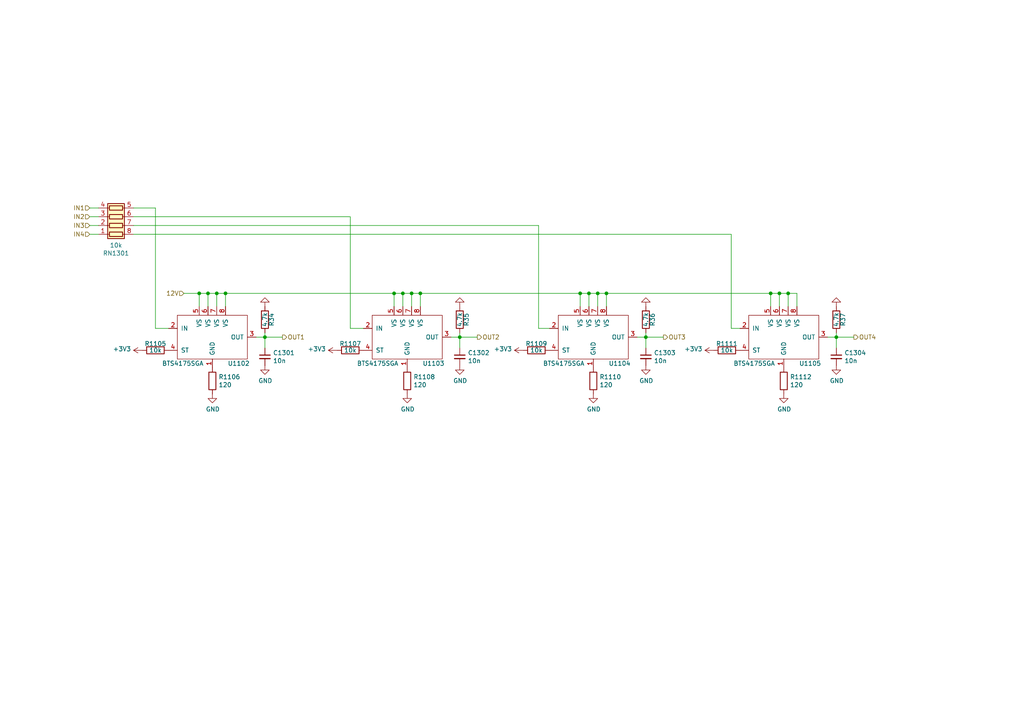
<source format=kicad_sch>
(kicad_sch (version 20250114) (generator "eeschema") (generator_version "9.0")
  (paper "A4")
  (title_block (title "rusEfi Proteus") (date "2022-04-09") (rev "v0.7") (company "rusEFI") (comment 1 "github.com/mck1117/proteus") (comment 2 "rusefi.com/s/proteus"))
  (lib_symbols
    (symbol "Device:C_Small" (pin_numbers (hide yes)) (pin_names (offset 0.254) (hide yes))
      (property "Reference" "C" (at 0.254 1.778 0))
      (property "Value" "C_Small" (at 0.254 -2.032 0))
      (symbol "C_Small_0_1"
        (polyline (pts (xy -1.524 0.508) (xy 1.524 0.508)) (stroke (width 0.3048)))
        (polyline (pts (xy -1.524 -0.508) (xy 1.524 -0.508)) (stroke (width 0.3302)))
      )
      (symbol "C_Small_1_1"
        (pin passive line (at 0 2.54 270) (length 2.032) (name "~") (number "1"))
        (pin passive line (at 0 -2.54 90) (length 2.032) (name "~") (number "2"))
      )
    )
    (symbol "Device:R" (pin_numbers (hide yes)) (pin_names (offset 0))
      (property "Reference" "R" (at 2.032 0 90))
      (property "Value" "R" (at 0 0 90))
      (symbol "R_0_1"
        (rectangle (start -1.016 -2.54) (end 1.016 2.54) (stroke (width 0.254)))
      )
      (symbol "R_1_1"
        (pin passive line (at 0 3.81 270) (length 1.27) (name "~") (number "1"))
        (pin passive line (at 0 -3.81 90) (length 1.27) (name "~") (number "2"))
      )
    )
    (symbol "Device:R_Pack04" (pin_names (offset 0) (hide yes))
      (property "Reference" "RN" (at -7.62 0 90))
      (property "Value" "R_Pack04" (at 5.08 0 90))
      (symbol "R_Pack04_0_1"
        (rectangle (start -6.35 -2.413) (end 3.81 2.413) (stroke (width 0.254)) (fill (type background)))
        (rectangle (start -5.715 1.905) (end -4.445 -1.905) (stroke (width 0.254)))
        (polyline (pts (xy -5.08 1.905) (xy -5.08 2.54)))
        (polyline (pts (xy -5.08 -2.54) (xy -5.08 -1.905)))
        (rectangle (start -3.175 1.905) (end -1.905 -1.905) (stroke (width 0.254)))
        (polyline (pts (xy -2.54 1.905) (xy -2.54 2.54)))
        (polyline (pts (xy -2.54 -2.54) (xy -2.54 -1.905)))
        (rectangle (start -0.635 1.905) (end 0.635 -1.905) (stroke (width 0.254)))
        (polyline (pts (xy 0 1.905) (xy 0 2.54)))
        (polyline (pts (xy 0 -2.54) (xy 0 -1.905)))
        (rectangle (start 1.905 1.905) (end 3.175 -1.905) (stroke (width 0.254)))
        (polyline (pts (xy 2.54 1.905) (xy 2.54 2.54)))
        (polyline (pts (xy 2.54 -2.54) (xy 2.54 -1.905)))
      )
      (symbol "R_Pack04_1_1"
        (pin passive line (at -5.08 5.08 270) (length 2.54) (name "R1.2") (number "8"))
        (pin passive line (at -5.08 -5.08 90) (length 2.54) (name "R1.1") (number "1"))
        (pin passive line (at -2.54 5.08 270) (length 2.54) (name "R2.2") (number "7"))
        (pin passive line (at -2.54 -5.08 90) (length 2.54) (name "R2.1") (number "2"))
        (pin passive line (at 0 5.08 270) (length 2.54) (name "R3.2") (number "6"))
        (pin passive line (at 0 -5.08 90) (length 2.54) (name "R3.1") (number "3"))
        (pin passive line (at 2.54 5.08 270) (length 2.54) (name "R4.2") (number "5"))
        (pin passive line (at 2.54 -5.08 90) (length 2.54) (name "R4.1") (number "4"))
      )
    )
    (symbol "bts4175:BTS4175SGA" (pin_names (offset 1.016))
      (property "Reference" "U" (at -6.35 -7.62 0))
      (property "Value" "BTS4175SGA" (at 8.89 -7.62 0))
      (symbol "BTS4175SGA_0_1"
        (polyline (pts (xy -7.62 6.35) (xy 12.7 6.35) (xy 12.7 -6.35) (xy -7.62 -6.35) (xy -7.62 6.35)))
      )
      (symbol "BTS4175SGA_1_1"
        (pin input line (at -10.16 2.54 0) (length 2.54) (name "IN") (number "2"))
        (pin open_collector line (at -10.16 -3.81 0) (length 2.54) (name "ST") (number "4"))
        (pin power_in line (at -1.27 8.89 270) (length 2.54) (name "VS") (number "5"))
        (pin power_in line (at 1.27 8.89 270) (length 2.54) (name "VS") (number "6"))
        (pin bidirectional line (at 2.54 -8.89 90) (length 2.54) (name "GND") (number "1"))
        (pin power_in line (at 3.81 8.89 270) (length 2.54) (name "VS") (number "7"))
        (pin power_in line (at 6.35 8.89 270) (length 2.54) (name "VS") (number "8"))
        (pin power_out line (at 15.24 0 180) (length 2.54) (name "OUT") (number "3"))
      )
    )
    (symbol "proteus-rescue:+3.3V-power" (power) (pin_names (offset 0))
      (property "Value" "power_+3.3V" (at 0 3.556 0))
      (symbol "+3.3V-power_0_1"
        (polyline (pts (xy -0.762 1.27) (xy 0 2.54)))
        (polyline (pts (xy 0 2.54) (xy 0.762 1.27)))
        (polyline (pts (xy 0 0) (xy 0 2.54)))
      )
      (symbol "+3.3V-power_1_1"
        (pin power_in line (at 0 0 90) (length 0) (hide yes) (name "+3V3") (number "1"))
      )
    )
    (symbol "proteus-rescue:GND-power" (power) (pin_names (offset 0))
      (property "Value" "power_GND" (at 0 -3.81 0))
      (symbol "GND-power_0_1"
        (polyline (pts (xy 0 0) (xy 0 -1.27) (xy 1.27 -1.27) (xy 0 -2.54) (xy -1.27 -1.27) (xy 0 -1.27)))
      )
      (symbol "GND-power_1_1"
        (pin power_in line (at 0 0 270) (length 0) (hide yes) (name "GND") (number "1"))
      )
    )
  )
  (junction (at 133.35 97.79))
  (junction (at 173.355 85.09))
  (junction (at 119.38 85.09))
  (junction (at 187.325 97.79))
  (junction (at 62.865 85.09))
  (junction (at 76.835 97.79))
  (junction (at 57.785 85.09))
  (junction (at 65.405 85.09))
  (junction (at 170.815 85.09))
  (junction (at 175.895 85.09))
  (junction (at 116.84 85.09))
  (junction (at 228.6 85.09))
  (junction (at 242.57 97.79))
  (junction (at 226.06 85.09))
  (junction (at 168.275 85.09))
  (junction (at 60.325 85.09))
  (junction (at 121.92 85.09))
  (junction (at 223.52 85.09))
  (junction (at 114.3 85.09))
  (wire (pts (xy 168.275 88.9) (xy 168.275 85.09)))
  (wire (pts (xy 173.355 85.09) (xy 175.895 85.09)))
  (wire (pts (xy 242.57 97.79) (xy 247.65 97.79)))
  (wire (pts (xy 228.6 85.09) (xy 231.14 85.09)))
  (wire (pts (xy 242.57 97.79) (xy 242.57 100.965)))
  (wire (pts (xy 121.92 85.09) (xy 121.92 88.9)))
  (wire (pts (xy 212.09 95.25) (xy 214.63 95.25)))
  (wire (pts (xy 76.835 97.79) (xy 81.915 97.79)))
  (wire (pts (xy 62.865 85.09) (xy 62.865 88.9)))
  (wire (pts (xy 121.92 85.09) (xy 168.275 85.09)))
  (wire (pts (xy 116.84 88.9) (xy 116.84 85.09)))
  (wire (pts (xy 156.21 95.25) (xy 159.385 95.25)))
  (wire (pts (xy 187.325 97.79) (xy 192.405 97.79)))
  (wire (pts (xy 175.895 85.09) (xy 223.52 85.09)))
  (wire (pts (xy 114.3 85.09) (xy 116.84 85.09)))
  (wire (pts (xy 62.865 85.09) (xy 65.405 85.09)))
  (wire (pts (xy 223.52 85.09) (xy 226.06 85.09)))
  (wire (pts (xy 133.35 97.79) (xy 138.43 97.79)))
  (wire (pts (xy 187.325 97.79) (xy 187.325 100.965)))
  (wire (pts (xy 76.835 96.52) (xy 76.835 97.79)))
  (wire (pts (xy 133.35 96.52) (xy 133.35 97.79)))
  (wire (pts (xy 53.34 85.09) (xy 57.785 85.09)))
  (wire (pts (xy 119.38 85.09) (xy 121.92 85.09)))
  (wire (pts (xy 45.085 60.325) (xy 45.085 95.25)))
  (wire (pts (xy 156.21 65.405) (xy 156.21 95.25)))
  (wire (pts (xy 223.52 88.9) (xy 223.52 85.09)))
  (wire (pts (xy 74.295 97.79) (xy 76.835 97.79)))
  (wire (pts (xy 38.735 67.945) (xy 212.09 67.945)))
  (wire (pts (xy 175.895 85.09) (xy 175.895 88.9)))
  (wire (pts (xy 60.325 85.09) (xy 62.865 85.09)))
  (wire (pts (xy 38.735 62.865) (xy 101.6 62.865)))
  (wire (pts (xy 26.035 67.945) (xy 28.575 67.945)))
  (wire (pts (xy 228.6 85.09) (xy 228.6 88.9)))
  (wire (pts (xy 101.6 95.25) (xy 105.41 95.25)))
  (wire (pts (xy 119.38 85.09) (xy 119.38 88.9)))
  (wire (pts (xy 240.03 97.79) (xy 242.57 97.79)))
  (wire (pts (xy 173.355 85.09) (xy 173.355 88.9)))
  (wire (pts (xy 133.35 97.79) (xy 133.35 100.965)))
  (wire (pts (xy 45.085 95.25) (xy 48.895 95.25)))
  (wire (pts (xy 170.815 85.09) (xy 173.355 85.09)))
  (wire (pts (xy 242.57 96.52) (xy 242.57 97.79)))
  (wire (pts (xy 170.815 88.9) (xy 170.815 85.09)))
  (wire (pts (xy 76.835 97.79) (xy 76.835 100.965)))
  (wire (pts (xy 26.035 62.865) (xy 28.575 62.865)))
  (wire (pts (xy 60.325 88.9) (xy 60.325 85.09)))
  (wire (pts (xy 226.06 85.09) (xy 228.6 85.09)))
  (wire (pts (xy 212.09 67.945) (xy 212.09 95.25)))
  (wire (pts (xy 38.735 65.405) (xy 156.21 65.405)))
  (wire (pts (xy 65.405 85.09) (xy 65.405 88.9)))
  (wire (pts (xy 57.785 85.09) (xy 60.325 85.09)))
  (wire (pts (xy 28.575 65.405) (xy 26.035 65.405)))
  (wire (pts (xy 57.785 88.9) (xy 57.785 85.09)))
  (wire (pts (xy 28.575 60.325) (xy 26.035 60.325)))
  (wire (pts (xy 184.785 97.79) (xy 187.325 97.79)))
  (wire (pts (xy 187.325 96.52) (xy 187.325 97.79)))
  (wire (pts (xy 65.405 85.09) (xy 114.3 85.09)))
  (wire (pts (xy 101.6 62.865) (xy 101.6 95.25)))
  (wire (pts (xy 231.14 85.09) (xy 231.14 88.9)))
  (wire (pts (xy 168.275 85.09) (xy 170.815 85.09)))
  (wire (pts (xy 226.06 88.9) (xy 226.06 85.09)))
  (wire (pts (xy 116.84 85.09) (xy 119.38 85.09)))
  (wire (pts (xy 38.735 60.325) (xy 45.085 60.325)))
  (wire (pts (xy 114.3 88.9) (xy 114.3 85.09)))
  (wire (pts (xy 130.81 97.79) (xy 133.35 97.79)))
  (hierarchical_label "IN4" (shape input) (at 26.035 67.945 180))
  (hierarchical_label "OUT2" (shape output) (at 138.43 97.79 0))
  (hierarchical_label "OUT4" (shape output) (at 247.65 97.79 0))
  (hierarchical_label "OUT3" (shape output) (at 192.405 97.79 0))
  (hierarchical_label "IN1" (shape input) (at 26.035 60.325 180))
  (hierarchical_label "12V" (shape input) (at 53.34 85.09 180))
  (hierarchical_label "IN2" (shape input) (at 26.035 62.865 180))
  (hierarchical_label "IN3" (shape input) (at 26.035 65.405 180))
  (hierarchical_label "OUT1" (shape output) (at 81.915 97.79 0))
  (symbol (lib_id "Device:R_Pack04") (at 33.655 62.865 270) (mirror x) (unit 1)
    (property "Reference" "RN1301" (at 33.655 73.4568 90))
    (property "Value" "10k" (at 33.655 71.1454 90))
    (property "Footprint" "Resistor_SMD:R_Array_Convex_4x0603" (effects (hide yes)))
    (property "PN" "CAT16-1002F4LF" (effects (hide yes)))
    (property "LCSC" "C29718" (effects (hide yes)))
    (property "LCSC_ext" "0" (effects (hide yes)))
  )
  (symbol (lib_id "Device:C_Small") (at 242.57 103.505 0) (unit 1)
    (property "Reference" "C1304" (at 244.9068 102.3366 0) (effects (justify left)))
    (property "Value" "10n" (at 244.9068 104.648 0) (effects (justify left)))
    (property "Footprint" "Capacitor_SMD:C_0603_1608Metric" (effects (hide yes)))
    (property "LCSC" "C57112" (effects (hide yes)))
    (property "LCSC_ext" "0" (effects (hide yes)))
  )
  (symbol (lib_id "Device:C_Small") (at 76.835 103.505 0) (unit 1)
    (property "Reference" "C1301" (at 79.1718 102.3366 0) (effects (justify left)))
    (property "Value" "10n" (at 79.1718 104.648 0) (effects (justify left)))
    (property "Footprint" "Capacitor_SMD:C_0603_1608Metric" (effects (hide yes)))
    (property "LCSC" "C57112" (effects (hide yes)))
    (property "LCSC_ext" "0" (effects (hide yes)))
  )
  (symbol (lib_id "Device:C_Small") (at 133.35 103.505 0) (unit 1)
    (property "Reference" "C1302" (at 135.6868 102.3366 0) (effects (justify left)))
    (property "Value" "10n" (at 135.6868 104.648 0) (effects (justify left)))
    (property "Footprint" "Capacitor_SMD:C_0603_1608Metric" (effects (hide yes)))
    (property "LCSC" "C57112" (effects (hide yes)))
    (property "LCSC_ext" "0" (effects (hide yes)))
  )
  (symbol (lib_id "Device:C_Small") (at 187.325 103.505 0) (unit 1)
    (property "Reference" "C1303" (at 189.6618 102.3366 0) (effects (justify left)))
    (property "Value" "10n" (at 189.6618 104.648 0) (effects (justify left)))
    (property "Footprint" "Capacitor_SMD:C_0603_1608Metric" (effects (hide yes)))
    (property "LCSC" "C57112" (effects (hide yes)))
    (property "LCSC_ext" "0" (effects (hide yes)))
  )
  (symbol (lib_id "bts4175:BTS4175SGA") (at 59.055 97.79 0) (unit 1)
    (property "Reference" "U1102" (at 66.04 105.41 0) (effects (justify left)))
    (property "Value" "BTS4175SGA" (at 46.99 105.41 0) (effects (justify left)))
    (property "Footprint" "Package_SO:SOIC-8_3.9x4.9mm_P1.27mm" (effects (hide yes)))
    (property "LCSC" "C152451" (effects (hide yes)))
    (property "LCSC_ext" "1" (effects (hide yes)))
    (property "PN" "BTS4175" (effects (hide yes)))
    (property "possible_not_ext" "1" (effects (hide yes)))
  )
  (symbol (lib_id "proteus-rescue:GND-power") (at 61.595 114.3 0) (unit 1)
    (property "Reference" "#PWR0291" (effects (hide yes)))
    (property "Value" "GND" (at 61.722 118.6942 0))
  )
  (symbol (lib_id "proteus-rescue:GND-power") (at 76.835 106.045 0) (unit 1)
    (property "Reference" "#PWR0292" (effects (hide yes)))
    (property "Value" "GND" (at 76.962 110.4392 0))
  )
  (symbol (lib_id "Device:R") (at 61.595 110.49 0) (unit 1)
    (property "Reference" "R1106" (at 63.373 109.3216 0) (effects (justify left)))
    (property "Value" "120" (at 63.373 111.633 0) (effects (justify left)))
    (property "Footprint" "Resistor_SMD:R_0603_1608Metric" (effects (hide yes)))
    (property "LCSC" "C22787" (effects (hide yes)))
    (property "LCSC_ext" "0" (effects (hide yes)))
  )
  (symbol (lib_id "Device:R") (at 45.085 101.6 270) (unit 1)
    (property "Reference" "R1105" (at 45.085 99.695 90))
    (property "Value" "10k" (at 45.085 101.6 90))
    (property "Footprint" "Resistor_SMD:R_0402_1005Metric" (effects (hide yes)))
    (property "LCSC" "C25744" (effects (hide yes)))
    (property "LCSC_ext" "0" (effects (hide yes)))
  )
  (symbol (lib_id "proteus-rescue:+3.3V-power") (at 41.275 101.6 90) (unit 1)
    (property "Reference" "#PWR0293" (effects (hide yes)))
    (property "Value" "+3V3" (at 38.0238 101.219 90) (effects (justify left)))
  )
  (symbol (lib_id "bts4175:BTS4175SGA") (at 115.57 97.79 0) (unit 1)
    (property "Reference" "U1103" (at 122.555 105.41 0) (effects (justify left)))
    (property "Value" "BTS4175SGA" (at 103.505 105.41 0) (effects (justify left)))
    (property "Footprint" "Package_SO:SOIC-8_3.9x4.9mm_P1.27mm" (effects (hide yes)))
    (property "LCSC" "C152451" (effects (hide yes)))
    (property "LCSC_ext" "1" (effects (hide yes)))
    (property "PN" "BTS4175" (effects (hide yes)))
    (property "possible_not_ext" "1" (effects (hide yes)))
  )
  (symbol (lib_id "proteus-rescue:GND-power") (at 118.11 114.3 0) (unit 1)
    (property "Reference" "#PWR0294" (effects (hide yes)))
    (property "Value" "GND" (at 118.237 118.6942 0))
  )
  (symbol (lib_id "proteus-rescue:GND-power") (at 133.35 106.045 0) (unit 1)
    (property "Reference" "#PWR0295" (effects (hide yes)))
    (property "Value" "GND" (at 133.477 110.4392 0))
  )
  (symbol (lib_id "Device:R") (at 118.11 110.49 0) (unit 1)
    (property "Reference" "R1108" (at 119.888 109.3216 0) (effects (justify left)))
    (property "Value" "120" (at 119.888 111.633 0) (effects (justify left)))
    (property "Footprint" "Resistor_SMD:R_0603_1608Metric" (effects (hide yes)))
    (property "LCSC" "C22787" (effects (hide yes)))
    (property "LCSC_ext" "0" (effects (hide yes)))
  )
  (symbol (lib_id "Device:R") (at 101.6 101.6 270) (unit 1)
    (property "Reference" "R1107" (at 101.6 99.695 90))
    (property "Value" "10k" (at 101.6 101.6 90))
    (property "Footprint" "Resistor_SMD:R_0402_1005Metric" (effects (hide yes)))
    (property "LCSC" "C25744" (effects (hide yes)))
    (property "LCSC_ext" "0" (effects (hide yes)))
  )
  (symbol (lib_id "proteus-rescue:+3.3V-power") (at 97.79 101.6 90) (unit 1)
    (property "Reference" "#PWR0296" (effects (hide yes)))
    (property "Value" "+3V3" (at 94.5388 101.219 90) (effects (justify left)))
  )
  (symbol (lib_id "bts4175:BTS4175SGA") (at 169.545 97.79 0) (unit 1)
    (property "Reference" "U1104" (at 176.53 105.41 0) (effects (justify left)))
    (property "Value" "BTS4175SGA" (at 157.48 105.41 0) (effects (justify left)))
    (property "Footprint" "Package_SO:SOIC-8_3.9x4.9mm_P1.27mm" (effects (hide yes)))
    (property "LCSC" "C152451" (effects (hide yes)))
    (property "LCSC_ext" "1" (effects (hide yes)))
    (property "PN" "BTS4175" (effects (hide yes)))
    (property "possible_not_ext" "1" (effects (hide yes)))
  )
  (symbol (lib_id "proteus-rescue:GND-power") (at 172.085 114.3 0) (unit 1)
    (property "Reference" "#PWR0297" (effects (hide yes)))
    (property "Value" "GND" (at 172.212 118.6942 0))
  )
  (symbol (lib_id "proteus-rescue:GND-power") (at 187.325 106.045 0) (unit 1)
    (property "Reference" "#PWR0298" (effects (hide yes)))
    (property "Value" "GND" (at 187.452 110.4392 0))
  )
  (symbol (lib_id "Device:R") (at 172.085 110.49 0) (unit 1)
    (property "Reference" "R1110" (at 173.863 109.3216 0) (effects (justify left)))
    (property "Value" "120" (at 173.863 111.633 0) (effects (justify left)))
    (property "Footprint" "Resistor_SMD:R_0603_1608Metric" (effects (hide yes)))
    (property "LCSC" "C22787" (effects (hide yes)))
    (property "LCSC_ext" "0" (effects (hide yes)))
  )
  (symbol (lib_id "Device:R") (at 155.575 101.6 270) (unit 1)
    (property "Reference" "R1109" (at 155.575 99.695 90))
    (property "Value" "10k" (at 155.575 101.6 90))
    (property "Footprint" "Resistor_SMD:R_0402_1005Metric" (effects (hide yes)))
    (property "LCSC" "C25744" (effects (hide yes)))
    (property "LCSC_ext" "0" (effects (hide yes)))
  )
  (symbol (lib_id "proteus-rescue:+3.3V-power") (at 151.765 101.6 90) (unit 1)
    (property "Reference" "#PWR0299" (effects (hide yes)))
    (property "Value" "+3V3" (at 148.5138 101.219 90) (effects (justify left)))
  )
  (symbol (lib_id "bts4175:BTS4175SGA") (at 224.79 97.79 0) (unit 1)
    (property "Reference" "U1105" (at 231.775 105.41 0) (effects (justify left)))
    (property "Value" "BTS4175SGA" (at 212.725 105.41 0) (effects (justify left)))
    (property "Footprint" "Package_SO:SOIC-8_3.9x4.9mm_P1.27mm" (effects (hide yes)))
    (property "LCSC" "C152451" (effects (hide yes)))
    (property "LCSC_ext" "1" (effects (hide yes)))
    (property "PN" "BTS4175" (effects (hide yes)))
    (property "possible_not_ext" "1" (effects (hide yes)))
  )
  (symbol (lib_id "proteus-rescue:GND-power") (at 227.33 114.3 0) (unit 1)
    (property "Reference" "#PWR0300" (effects (hide yes)))
    (property "Value" "GND" (at 227.457 118.6942 0))
  )
  (symbol (lib_id "proteus-rescue:GND-power") (at 242.57 106.045 0) (unit 1)
    (property "Reference" "#PWR0301" (effects (hide yes)))
    (property "Value" "GND" (at 242.697 110.4392 0))
  )
  (symbol (lib_id "Device:R") (at 227.33 110.49 0) (unit 1)
    (property "Reference" "R1112" (at 229.108 109.3216 0) (effects (justify left)))
    (property "Value" "120" (at 229.108 111.633 0) (effects (justify left)))
    (property "Footprint" "Resistor_SMD:R_0603_1608Metric" (effects (hide yes)))
    (property "LCSC" "C22787" (effects (hide yes)))
    (property "LCSC_ext" "0" (effects (hide yes)))
  )
  (symbol (lib_id "Device:R") (at 210.82 101.6 270) (unit 1)
    (property "Reference" "R1111" (at 210.82 99.695 90))
    (property "Value" "10k" (at 210.82 101.6 90))
    (property "Footprint" "Resistor_SMD:R_0402_1005Metric" (effects (hide yes)))
    (property "LCSC" "C25744" (effects (hide yes)))
    (property "LCSC_ext" "0" (effects (hide yes)))
  )
  (symbol (lib_id "proteus-rescue:+3.3V-power") (at 207.01 101.6 90) (unit 1)
    (property "Reference" "#PWR0302" (effects (hide yes)))
    (property "Value" "+3V3" (at 203.7588 101.219 90) (effects (justify left)))
  )
  (symbol (lib_id "Device:R") (at 76.835 92.71 180) (unit 1)
    (property "Reference" "R34" (at 78.74 92.71 90))
    (property "Value" "4.7k" (at 76.835 92.71 90))
    (property "Footprint" "Resistor_SMD:R_0805_2012Metric" (effects (hide yes)))
    (property "LCSC" "C17673" (effects (hide yes)))
    (property "LCSC_ext" "0" (effects (hide yes)))
  )
  (symbol (lib_id "proteus-rescue:GND-power") (at 76.835 88.9 180) (unit 1)
    (property "Reference" "#PWR0120" (effects (hide yes)))
    (property "Value" "GND" (effects (hide yes)))
  )
  (symbol (lib_id "Device:R") (at 133.35 92.71 180) (unit 1)
    (property "Reference" "R35" (at 135.255 92.71 90))
    (property "Value" "4.7k" (at 133.35 92.71 90))
    (property "Footprint" "Resistor_SMD:R_0805_2012Metric" (effects (hide yes)))
    (property "LCSC" "C17673" (effects (hide yes)))
    (property "LCSC_ext" "0" (effects (hide yes)))
  )
  (symbol (lib_id "proteus-rescue:GND-power") (at 133.35 88.9 180) (unit 1)
    (property "Reference" "#PWR0121" (effects (hide yes)))
    (property "Value" "GND" (effects (hide yes)))
  )
  (symbol (lib_id "Device:R") (at 187.325 92.71 180) (unit 1)
    (property "Reference" "R36" (at 189.23 92.71 90))
    (property "Value" "4.7k" (at 187.325 92.71 90))
    (property "Footprint" "Resistor_SMD:R_0805_2012Metric" (effects (hide yes)))
    (property "LCSC" "C17673" (effects (hide yes)))
    (property "LCSC_ext" "0" (effects (hide yes)))
  )
  (symbol (lib_id "proteus-rescue:GND-power") (at 187.325 88.9 180) (unit 1)
    (property "Reference" "#PWR0123" (effects (hide yes)))
    (property "Value" "GND" (effects (hide yes)))
  )
  (symbol (lib_id "Device:R") (at 242.57 92.71 180) (unit 1)
    (property "Reference" "R37" (at 244.475 92.71 90))
    (property "Value" "4.7k" (at 242.57 92.71 90))
    (property "Footprint" "Resistor_SMD:R_0805_2012Metric" (effects (hide yes)))
    (property "LCSC" "C17673" (effects (hide yes)))
    (property "LCSC_ext" "0" (effects (hide yes)))
  )
  (symbol (lib_id "proteus-rescue:GND-power") (at 242.57 88.9 180) (unit 1)
    (property "Reference" "#PWR0282" (effects (hide yes)))
    (property "Value" "GND" (effects (hide yes)))
  )
)
</source>
